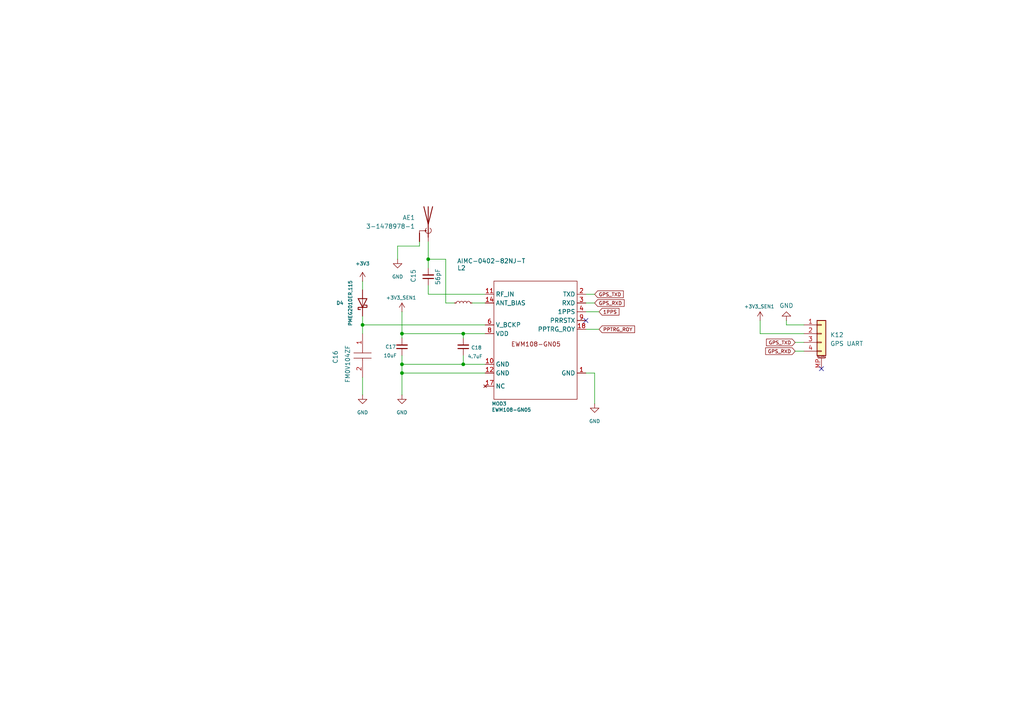
<source format=kicad_sch>
(kicad_sch (version 20250114) (generator "eeschema") (generator_version "9.0")
  (paper "A4")
  (title_block (title "LoRaWAN Sensor Node V2.0") (rev "0.1") (company "Elektor"))
  (lib_symbols
    (symbol "Connector_Generic_MountingPin:Conn_01x04_MountingPin" (pin_names (offset 1.016) (hide yes))
      (property "Reference" "J" (at 0 5.08 0))
      (property "Value" "Conn_01x04_MountingPin" (at 1.27 -7.62 0))
      (symbol "Conn_01x04_MountingPin_1_1"
        (rectangle (start -1.27 3.81) (end 1.27 -6.35) (stroke (width 0.254)) (fill (type background)))
        (rectangle (start -1.27 2.667) (end 0 2.413) (stroke (width 0.1524)))
        (rectangle (start -1.27 0.127) (end 0 -0.127) (stroke (width 0.1524)))
        (rectangle (start -1.27 -2.413) (end 0 -2.667) (stroke (width 0.1524)))
        (rectangle (start -1.27 -4.953) (end 0 -5.207) (stroke (width 0.1524)))
        (polyline (pts (xy -1.016 -7.112) (xy 1.016 -7.112)) (stroke (width 0.1524)))
        (text "Mounting" (at 0 -6.731 0) (effects (font (size 0.381 0.381))))
        (pin passive line (at -5.08 2.54 0) (length 3.81) (name "Pin_1") (number "1"))
        (pin passive line (at -5.08 0 0) (length 3.81) (name "Pin_2") (number "2"))
        (pin passive line (at -5.08 -2.54 0) (length 3.81) (name "Pin_3") (number "3"))
        (pin passive line (at -5.08 -5.08 0) (length 3.81) (name "Pin_4") (number "4"))
        (pin passive line (at 0 -10.16 90) (length 3.048) (name "MountPin") (number "MP"))
      )
    )
    (symbol "Device:Antenna_Shield" (pin_numbers (hide yes)) (pin_names (offset 1.016) (hide yes))
      (property "Reference" "AE1" (at 3.81 1.9051 0))
      (property "Value" "3-1478978-1" (at 3.81 -0.6349 0))
      (symbol "Antenna_Shield_0_1"
        (arc (start 0 -2.667) (mid -0.8485 -2.1032) (end -0.508 -1.143))
        (polyline (pts (xy 0 5.08) (xy 0 -3.81)) (stroke (width 0.254)))
        (polyline (pts (xy 0 -2.54) (xy 0 0)))
        (arc (start 0.508 -1.143) (mid 0.8046 -2.0885) (end 0 -2.667))
        (polyline (pts (xy 0.762 -1.905) (xy 2.54 -1.905)))
        (circle (center 0.762 -1.905) (radius 0.1778) (fill (type outline)))
        (polyline (pts (xy 1.27 5.08) (xy 0 0) (xy -1.27 5.08)) (stroke (width 0.254)))
        (polyline (pts (xy 2.54 -2.54) (xy 2.54 -1.905)))
      )
      (symbol "Antenna_Shield_1_1"
        (pin input line (at 0 -5.08 90) (length 2.54) (name "A") (number "5"))
        (pin input line (at 2.54 -5.08 90) (length 2.54) (name "eShield") (number "1"))
        (pin input line (at 2.54 -5.08 90) (length 2.54) (name "Shield") (number "2"))
        (pin input line (at 2.54 -5.08 90) (length 2.54) (name "Shield") (number "3"))
        (pin input line (at 2.54 -5.08 90) (length 2.54) (name "Shield") (number "4"))
      )
    )
    (symbol "Device:C_Small" (pin_numbers (hide yes)) (pin_names (offset 0.254) (hide yes))
      (property "Reference" "C" (at 0.254 1.778 0))
      (property "Value" "C_Small" (at 0.254 -2.032 0))
      (symbol "C_Small_0_1"
        (polyline (pts (xy -1.524 0.508) (xy 1.524 0.508)) (stroke (width 0.3048)))
        (polyline (pts (xy -1.524 -0.508) (xy 1.524 -0.508)) (stroke (width 0.3302)))
      )
      (symbol "C_Small_1_1"
        (pin passive line (at 0 2.54 270) (length 2.032) (name "~") (number "1"))
        (pin passive line (at 0 -2.54 90) (length 2.032) (name "~") (number "2"))
      )
    )
    (symbol "Device:D_Schottky" (pin_numbers (hide yes)) (pin_names (offset 1.016) (hide yes))
      (property "Reference" "D" (at 0 2.54 0))
      (property "Value" "D_Schottky" (at 0 -2.54 0))
      (symbol "D_Schottky_0_1"
        (polyline (pts (xy -1.905 0.635) (xy -1.905 1.27) (xy -1.27 1.27) (xy -1.27 -1.27) (xy -0.635 -1.27) (xy -0.635 -0.635)) (stroke (width 0.254)))
        (polyline (pts (xy 1.27 1.27) (xy 1.27 -1.27) (xy -1.27 0) (xy 1.27 1.27)) (stroke (width 0.254)))
        (polyline (pts (xy 1.27 0) (xy -1.27 0)))
      )
      (symbol "D_Schottky_1_1"
        (pin passive line (at -3.81 0 0) (length 2.54) (name "K") (number "1"))
        (pin passive line (at 3.81 0 180) (length 2.54) (name "A") (number "2"))
      )
    )
    (symbol "Device:L_Small" (pin_numbers (hide yes)) (pin_names (offset 0.254) (hide yes))
      (property "Reference" "L" (at 0.762 1.016 0))
      (property "Value" "L_Small" (at 0.762 -1.016 0))
      (symbol "L_Small_0_1"
        (arc (start 0 2.032) (mid 0.5058 1.524) (end 0 1.016))
        (arc (start 0 1.016) (mid 0.5058 0.508) (end 0 0))
        (arc (start 0 0) (mid 0.5058 -0.508) (end 0 -1.016))
        (arc (start 0 -1.016) (mid 0.5058 -1.524) (end 0 -2.032))
      )
      (symbol "L_Small_1_1"
        (pin passive line (at 0 2.54 270) (length 0.508) (name "~") (number "1"))
        (pin passive line (at 0 -2.54 90) (length 0.508) (name "~") (number "2"))
      )
    )
    (symbol "New_Library:EWM108-GN05"
      (property "Reference" "MOD" (at 19.05 -26.924 0))
      (property "Value" "EWM108-GN05" (at 24.13 -24.638 0))
      (symbol "EWM108-GN05_0_1"
        (rectangle (start -7.62 6.35) (end 16.51 -27.94))
      )
      (symbol "EWM108-GN05_1_0"
        (pin input line (at -10.16 2.54 0) (length 2.54) (name "RF_IN") (number "11"))
        (pin input line (at -10.16 0 0) (length 2.54) (name "ANT_BIAS") (number "14"))
        (pin input line (at -10.16 -6.35 0) (length 2.54) (name "V_BCKP") (number "6"))
        (pin input line (at -10.16 -8.89 0) (length 2.54) (name "VDD") (number "8"))
        (pin input line (at -10.16 -17.78 0) (length 2.54) (name "GND") (number "10"))
        (pin input line (at -10.16 -20.32 0) (length 2.54) (name "GND") (number "12"))
        (pin no_connect non_logic (at -10.16 -24.13 0) (length 2.54) (hide yes) (name "NC") (number "13"))
        (pin no_connect line (at -10.16 -24.13 0) (length 2.54) (hide yes) (name "NC") (number "15"))
        (pin no_connect line (at -10.16 -24.13 0) (length 2.54) (hide yes) (name "NC") (number "16"))
        (pin no_connect line (at -10.16 -24.13 0) (length 2.54) (name "NC") (number "17"))
        (pin no_connect line (at -10.16 -24.13 0) (length 2.54) (hide yes) (name "NC") (number "5"))
        (pin no_connect line (at -10.16 -24.13 0) (length 2.54) (hide yes) (name "NC") (number "7"))
        (pin input line (at 19.05 2.54 180) (length 2.54) (name "TXD") (number "2"))
        (pin input line (at 19.05 0 180) (length 2.54) (name "RXD") (number "3"))
        (pin input line (at 19.05 -2.54 180) (length 2.54) (name "1PPS") (number "4"))
        (pin input line (at 19.05 -5.08 180) (length 2.54) (name "PRRSTX") (number "9"))
        (pin input line (at 19.05 -7.62 180) (length 2.54) (name "PPTRG_ROY") (number "18"))
      )
      (symbol "EWM108-GN05_1_1"
        (text "EWM108-GN05" (at 4.572 -11.938 0) (effects (font (size 1.27 1.27))))
        (pin input line (at 19.05 -20.32 180) (length 2.54) (name "GND") (number "1"))
      )
    )
    (symbol "SamacSys_Parts:FM0V104ZF" (pin_names (offset 0.762))
      (property "Reference" "C" (at 8.89 6.35 0))
      (property "Value" "FM0V104ZF" (at 8.89 3.81 0))
      (symbol "FM0V104ZF_0_0"
        (pin passive line (at 0 0 0) (length 5.08) (name "~") (number "1"))
        (pin passive line (at 12.7 0 180) (length 5.08) (name "~") (number "2"))
      )
      (symbol "FM0V104ZF_0_1"
        (polyline (pts (xy 5.08 0) (xy 5.588 0)) (stroke (width 0.1524)))
        (polyline (pts (xy 5.588 2.54) (xy 5.588 -2.54)) (stroke (width 0.1524)))
        (polyline (pts (xy 7.112 2.54) (xy 7.112 -2.54)) (stroke (width 0.1524)))
        (polyline (pts (xy 7.112 0) (xy 7.62 0)) (stroke (width 0.1524)))
      )
    )
    (symbol "power:+3V3" (power) (pin_numbers (hide yes)) (pin_names (offset 0) (hide yes))
      (property "Value" "+3V3" (at 0 3.556 0))
      (symbol "+3V3_0_1"
        (polyline (pts (xy -0.762 1.27) (xy 0 2.54)))
        (polyline (pts (xy 0 2.54) (xy 0.762 1.27)))
        (polyline (pts (xy 0 0) (xy 0 2.54)))
      )
      (symbol "+3V3_1_1"
        (pin power_in line (at 0 0 90) (length 0) (name "~") (number "1"))
      )
    )
    (symbol "power:GND" (power) (pin_numbers (hide yes)) (pin_names (offset 0) (hide yes))
      (property "Value" "GND" (at 0 -3.81 0))
      (symbol "GND_0_1"
        (polyline (pts (xy 0 0) (xy 0 -1.27) (xy 1.27 -1.27) (xy 0 -2.54) (xy -1.27 -1.27) (xy 0 -1.27)))
      )
      (symbol "GND_1_1"
        (pin power_in line (at 0 0 270) (length 0) (name "~") (number "1"))
      )
    )
  )
  (junction (at 124.206 75.184))
  (junction (at 116.586 108.204))
  (junction (at 105.156 94.234))
  (junction (at 134.366 105.664))
  (junction (at 116.586 105.664))
  (junction (at 116.586 96.774))
  (junction (at 134.366 96.774))
  (no_connect (at 169.926 92.964))
  (no_connect (at 238.252 106.934))
  (wire (pts (xy 124.206 85.344) (xy 140.716 85.344)))
  (wire (pts (xy 105.156 81.534) (xy 105.156 84.074)))
  (wire (pts (xy 124.206 82.804) (xy 124.206 85.344)))
  (wire (pts (xy 134.366 103.124) (xy 134.366 105.664)))
  (wire (pts (xy 116.586 105.664) (xy 134.366 105.664)))
  (wire (pts (xy 173.736 90.424) (xy 169.926 90.424)))
  (wire (pts (xy 228.092 92.964) (xy 228.092 94.234)))
  (wire (pts (xy 228.092 94.234) (xy 233.172 94.234)))
  (wire (pts (xy 230.632 99.314) (xy 233.172 99.314)))
  (wire (pts (xy 124.206 70.104) (xy 124.206 75.184)))
  (wire (pts (xy 220.472 92.964) (xy 220.472 96.774)))
  (wire (pts (xy 220.472 96.774) (xy 233.172 96.774)))
  (wire (pts (xy 116.586 90.424) (xy 116.586 96.774)))
  (wire (pts (xy 140.716 96.774) (xy 134.366 96.774)))
  (wire (pts (xy 173.736 95.504) (xy 169.926 95.504)))
  (wire (pts (xy 136.906 87.884) (xy 140.716 87.884)))
  (wire (pts (xy 115.316 71.374) (xy 121.666 71.374)))
  (wire (pts (xy 129.286 87.884) (xy 129.286 75.184)))
  (wire (pts (xy 116.586 108.204) (xy 116.586 105.664)))
  (wire (pts (xy 105.156 94.234) (xy 105.156 96.774)))
  (wire (pts (xy 129.286 75.184) (xy 124.206 75.184)))
  (wire (pts (xy 116.586 108.204) (xy 140.716 108.204)))
  (wire (pts (xy 230.632 101.854) (xy 233.172 101.854)))
  (wire (pts (xy 134.366 96.774) (xy 134.366 98.044)))
  (wire (pts (xy 134.366 105.664) (xy 140.716 105.664)))
  (wire (pts (xy 116.586 103.124) (xy 116.586 105.664)))
  (wire (pts (xy 105.156 94.234) (xy 140.716 94.234)))
  (wire (pts (xy 116.586 96.774) (xy 116.586 98.044)))
  (wire (pts (xy 105.156 91.694) (xy 105.156 94.234)))
  (wire (pts (xy 172.466 87.884) (xy 169.926 87.884)))
  (wire (pts (xy 116.586 114.554) (xy 116.586 108.204)))
  (wire (pts (xy 169.926 108.204) (xy 172.466 108.204)))
  (wire (pts (xy 172.466 108.204) (xy 172.466 117.094)))
  (wire (pts (xy 105.156 109.474) (xy 105.156 114.554)))
  (wire (pts (xy 115.316 71.374) (xy 115.316 75.184)))
  (wire (pts (xy 124.206 75.184) (xy 124.206 77.724)))
  (wire (pts (xy 131.826 87.884) (xy 129.286 87.884)))
  (wire (pts (xy 121.666 71.374) (xy 121.666 70.104)))
  (wire (pts (xy 172.466 85.344) (xy 169.926 85.344)))
  (wire (pts (xy 134.366 96.774) (xy 116.586 96.774)))
  (global_label "PPTRG_ROY" (shape input) (at 173.736 95.504 0) (effects (font (size 1 1))) (property "Intersheetrefs" "${INTERSHEET_REFS}" (at 187.4255 95.504 0) (effects (font (size 1 1)) (justify left))))
  (global_label "GPS_RXD" (shape input) (at 172.466 87.884 0) (effects (font (size 1 1))) (property "Intersheetrefs" "${INTERSHEET_REFS}" (at 181.483 87.884 0) (effects (font (size 1 1)) (justify left))))
  (global_label "GPS_TXD" (shape input) (at 230.632 99.314 180) (effects (font (size 1 1))) (property "Intersheetrefs" "${INTERSHEET_REFS}" (at 221.615 99.314 0) (effects (font (size 1 1)) (justify right))))
  (global_label "1PPS" (shape input) (at 173.736 90.424 0) (effects (font (size 1 1))) (property "Intersheetrefs" "${INTERSHEET_REFS}" (at 181.6802 90.424 0) (effects (font (size 1 1)) (justify left))))
  (global_label "GPS_TXD" (shape input) (at 172.466 85.344 0) (effects (font (size 1 1))) (property "Intersheetrefs" "${INTERSHEET_REFS}" (at 181.2449 85.344 0) (effects (font (size 1 1)) (justify left))))
  (global_label "GPS_RXD" (shape input) (at 230.632 101.854 180) (effects (font (size 1 1))) (property "Intersheetrefs" "${INTERSHEET_REFS}" (at 221.8531 101.854 0) (effects (font (size 1 1)) (justify right))))
  (symbol (lib_id "power:GND") (at 116.586 114.554 0) (unit 1)
    (property "Reference" "#PWR075" (effects (hide yes)))
    (property "Value" "GND" (at 116.586 119.634 0) (effects (font (size 1 1))))
    (property "Description" "Power symbol creates a global label with name \"GND\" , ground" (effects (hide yes)))
  )
  (symbol (lib_id "power:GND") (at 105.156 114.554 0) (unit 1)
    (property "Reference" "#PWR074" (effects (hide yes)))
    (property "Value" "GND" (at 105.156 119.634 0) (effects (font (size 1 1))))
    (property "Description" "Power symbol creates a global label with name \"GND\" , ground" (effects (hide yes)))
  )
  (symbol (lib_id "power:GND") (at 228.092 92.964 180) (unit 1)
    (property "Reference" "#PWR073" (effects (hide yes)))
    (property "Value" "GND" (at 228.092 88.646 0))
  )
  (symbol (lib_id "Device:C_Small") (at 134.366 100.584 180) (unit 1)
    (property "Reference" "C18" (at 136.652 100.838 0) (effects (font (size 1 1)) (justify right)))
    (property "Value" "4.7uF" (at 135.636 103.378 0) (effects (font (size 1 1)) (justify right)))
    (property "Footprint" "Capacitor_SMD:C_0402_1005Metric_Pad0.74x0.62mm_HandSolder" (effects (hide yes)))
    (property "Description" "Unpolarized capacitor, small symbol" (effects (hide yes)))
    (property "Description_1" "MURATA - GRM155R60J475ME47D - CAP, MLCC, X5R, 4.7UF, 6.3V, 0402" (effects (hide yes)))
    (property "Height" "0.7" (effects (hide yes)))
    (property "Mouser Part Number" "81-GRM155R60J475ME7D" (effects (hide yes)))
    (property "Mouser Price/Stock" "https://www.mouser.co.uk/ProductDetail/Murata-Electronics/GRM155R60J475ME47D?qs=OCU2Oztfa2a4ocPC5S3YIg%3D%3D" (effects (hide yes)))
    (property "Manufacturer_Name" "Murata Electronics" (effects (hide yes)))
    (property "Manufacturer_Part_Number" "GRM155R60J475ME47D" (effects (hide yes)))
  )
  (symbol (lib_id "Device:D_Schottky") (at 105.156 87.884 90) (unit 1)
    (property "Reference" "D4" (at 97.536 87.884 90) (effects (font (size 1 1)) (justify right)))
    (property "Value" "PMEG2010ER,115" (at 101.6 81.28 0) (effects (font (size 1 1)) (justify right)))
    (property "Footprint" "SamacSys_Parts:PMEG2010ER115" (effects (hide yes)))
    (property "Description" "Schottky diode" (effects (hide yes)))
    (property "Description_1" "NXP PMEG2010ER,115 SMT Schottky Diode, 20V 1A, 2-Pin SOD-123" (effects (hide yes)))
    (property "Height" "1.1" (effects (hide yes)))
    (property "Mouser Part Number" "771-PMEG2010ER115" (effects (hide yes)))
    (property "Mouser Price/Stock" "https://www.mouser.co.uk/ProductDetail/Nexperia/PMEG2010ER115?qs=LMSg3oBIm%2FjLN28PGE8ULg%3D%3D" (effects (hide yes)))
    (property "Manufacturer_Name" "Nexperia" (effects (hide yes)))
    (property "Manufacturer_Part_Number" "PMEG2010ER,115" (effects (hide yes)))
  )
  (symbol (lib_id "Device:L_Small") (at 134.366 87.884 90) (unit 1)
    (property "Reference" "L2" (at 133.858 77.724 90))
    (property "Value" "AIMC-0402-82NJ-T" (at 142.494 75.692 90))
    (property "Footprint" "SamacSys_Parts:INDC1005X65N" (effects (hide yes)))
    (property "Description" "Inductor, small symbol" (effects (hide yes)))
    (property "Description_1" "CRYSTAL, SMD, uP, Low Profile, HC/49US (AT49), 40.000MHz, T&R" (effects (hide yes)))
    (property "Height" "0.65" (effects (hide yes)))
    (property "Manufacturer_Name" "ABRACON" (effects (hide yes)))
    (property "Manufacturer_Part_Number" "AIMC-0402-82NJ-T" (effects (hide yes)))
  )
  (symbol (lib_id "power:GND") (at 172.466 117.094 0) (unit 1)
    (property "Reference" "#PWR076" (effects (hide yes)))
    (property "Value" "GND" (at 172.466 122.174 0) (effects (font (size 1 1))))
    (property "Description" "Power symbol creates a global label with name \"GND\" , ground" (effects (hide yes)))
  )
  (symbol (lib_id "power:+3V3") (at 116.586 90.424 0) (unit 1)
    (property "Reference" "#PWR071" (effects (hide yes)))
    (property "Value" "+3V3_SEN1" (at 116.332 86.36 0) (effects (font (size 1 1))))
    (property "Description" "Power symbol creates a global label with name \"+3V3\"" (effects (hide yes)))
  )
  (symbol (lib_id "New_Library:EWM108-GN05") (at 150.876 87.884 0) (unit 1)
    (property "Reference" "MOD3" (at 144.78 117.094 0) (effects (font (size 1 1))))
    (property "Value" "EWM108-GN05" (at 148.336 118.872 0) (effects (font (size 1 1))))
    (property "Footprint" "EWM108-GN05:PCBComponent_1" (effects (hide yes)))
    (property "Datasheet" "https://www.cdebyte.com/products/EWM108-GN05/2#Pin" (effects (hide yes)))
    (property "Description" "EWM108-GN05 Made-in China BDS/GPS/GLONASS/Galileo/QZSS/SBAS Dual-frequency multi-mode satellite positioning module" (effects (hide yes)))
    (property "Brand" "Ebyte" (effects (hide yes)))
    (property "Manufacturer_Part_Number" "EWM108-GN05" (effects (hide yes)))
  )
  (symbol (lib_id "power:+3V3") (at 105.156 81.534 0) (unit 1)
    (property "Reference" "#PWR070" (effects (hide yes)))
    (property "Value" "+3V3" (at 105.156 76.454 0) (effects (font (size 1 1))))
    (property "Description" "Power symbol creates a global label with name \"+3V3\"" (effects (hide yes)))
  )
  (symbol (lib_id "Device:C_Small") (at 116.586 100.584 180) (unit 1)
    (property "Reference" "C17" (at 111.76 100.584 0) (effects (font (size 1 1)) (justify right)))
    (property "Value" "10uF" (at 111.252 103.124 0) (effects (font (size 1 1)) (justify right)))
    (property "Footprint" "Capacitor_SMD:C_0402_1005Metric_Pad0.74x0.62mm_HandSolder" (effects (hide yes)))
    (property "Description" "Unpolarized capacitor, small symbol" (effects (hide yes)))
    (property "Description_1" "MURATA - GRM155R60J475ME47D - CAP, MLCC, X5R, 4.7UF, 6.3V, 0402" (effects (hide yes)))
    (property "Height" "0.7" (effects (hide yes)))
    (property "Mouser Part Number" "81-GRM155R60J475ME7D" (effects (hide yes)))
    (property "Mouser Price/Stock" "https://www.mouser.co.uk/ProductDetail/Murata-Electronics/GRM155R60J475ME47D?qs=OCU2Oztfa2a4ocPC5S3YIg%3D%3D" (effects (hide yes)))
    (property "Manufacturer_Name" "Murata Electronics" (effects (hide yes)))
    (property "Manufacturer_Part_Number" "GRM155R60J475ME47D" (effects (hide yes)))
  )
  (symbol (lib_id "Connector_Generic_MountingPin:Conn_01x04_MountingPin") (at 238.252 96.774 0) (unit 1)
    (property "Reference" "K12" (at 240.792 97.1295 0) (effects (justify left)))
    (property "Value" "GPS UART" (at 240.792 99.6695 0) (effects (justify left)))
    (property "Footprint" "Connector_JST:JST_PH_S4B-PH-SM4-TB_1x04-1MP_P2.00mm_Horizontal" (effects (hide yes)))
    (property "Description" "Generic connectable mounting pin connector, single row, 01x04, script generated (kicad-library-utils/schlib/autogen/connector/)" (effects (hide yes)))
    (property "Manufacturer_Part_Number" "Connector_JST:JST_PH_S4B-PH-SM4-TB_1x04-1MP_P2.00mm_Horizontal" (effects (hide yes)))
  )
  (symbol (lib_id "power:GND") (at 115.316 75.184 0) (unit 1)
    (property "Reference" "#PWR069" (effects (hide yes)))
    (property "Value" "GND" (at 115.316 80.264 0) (effects (font (size 1 1))))
    (property "Description" "Power symbol creates a global label with name \"GND\" , ground" (effects (hide yes)))
  )
  (symbol (lib_id "Device:C_Small") (at 124.206 80.264 180) (unit 1)
    (property "Reference" "C15" (at 119.888 80.01 90))
    (property "Value" "56pF" (at 127 80.264 90))
    (property "Footprint" "Capacitor_SMD:C_0603_1608Metric_Pad1.08x0.95mm_HandSolder" (effects (hide yes)))
    (property "Datasheet" "RF Capacitor" (effects (hide yes)))
    (property "Description" "HH18N560G500CT" (effects (hide yes)))
    (property "Manufacturer_Part_Number" "600S560KT250T" (effects (hide yes)))
    (property "Mouser Part Number" "581-600S560KT250T" (effects (hide yes)))
  )
  (symbol (lib_id "SamacSys_Parts:FM0V104ZF") (at 105.156 96.774 270) (unit 1)
    (property "Reference" "C16" (at 97.282 101.6 0) (effects (justify left)))
    (property "Value" "FM0V104ZF" (at 100.838 100.076 0) (effects (justify left)))
    (property "Footprint" "SamacSys_Parts:FM0V104ZF" (effects (hide yes)))
    (property "Datasheet" "https://content.kemet.com/datasheets/KEM_S6012_FM.pdf" (effects (hide yes)))
    (property "Description" "FM, Supercapacitors, Radial Molded, 0.1 F, -20/+80%, 3.5 VDC, 70C, -25C, 70C, Wire Leads, 0.09, 1.3 g, 10.5mm, 11.5mm, 5mm, Lead Spacing = 5mm, 1000" (effects (hide yes)))
    (property "Description_1" "FM, Supercapacitors, Radial Molded, 0.1 F, -20/+80%, 3.5 VDC, 70C, -25C, 70C, Wire Leads, 0.09, 1.3 g, 10.5mm, 11.5mm, 5mm, Lead Spacing = 5mm, 1000" (effects (hide yes)))
    (property "Height" "12" (effects (hide yes)))
    (property "Mouser Part Number" "80-FM0V104ZF" (effects (hide yes)))
    (property "Mouser Price/Stock" "https://www.mouser.co.uk/ProductDetail/KEMET/FM0V104ZF?qs=fAHHVMwC%252BbhX0DoG5mlmMQ%3D%3D" (effects (hide yes)))
    (property "Manufacturer_Name" "KEMET" (effects (hide yes)))
    (property "Manufacturer_Part_Number" "FM0V104ZF" (effects (hide yes)))
  )
  (symbol (lib_id "power:+3V3") (at 220.472 92.964 0) (unit 1)
    (property "Reference" "#PWR072" (effects (hide yes)))
    (property "Value" "+3V3_SEN1" (at 220.218 88.9 0) (effects (font (size 1 1))))
    (property "Description" "Power symbol creates a global label with name \"+3V3\"" (effects (hide yes)))
  )
  (symbol (lib_id "Device:Antenna_Shield") (at 124.206 65.024 0) (mirror y) (unit 1)
    (property "Reference" "AE1" (at 120.396 63.1189 0) (effects (justify left)))
    (property "Value" "3-1478978-1" (at 120.396 65.6589 0) (effects (justify left)))
    (property "Footprint" "SamacSys_Parts:314789781" (effects (hide yes)))
    (property "Description" "Antenna with extra pin for shielding" (effects (hide yes)))
    (property "Description_1" "SMA right angle PCB socket TE Connectivity Right Angle 50 Through Hole SMA Connector, jack, Solder Termination Coaxial" (effects (hide yes)))
    (property "Height" "10.1" (effects (hide yes)))
    (property "Mouser Part Number" "571-3-1478978-1" (effects (hide yes)))
    (property "Mouser Price/Stock" "https://www.mouser.co.uk/ProductDetail/TE-Connectivity/3-1478978-1?qs=Vcr9%2FL0R50iRERB%252Br7Gnqw%3D%3D" (effects (hide yes)))
    (property "Manufacturer_Name" "TE Connectivity" (effects (hide yes)))
    (property "Manufacturer_Part_Number" "3-1478978-1" (effects (hide yes)))
  )
)
</source>
